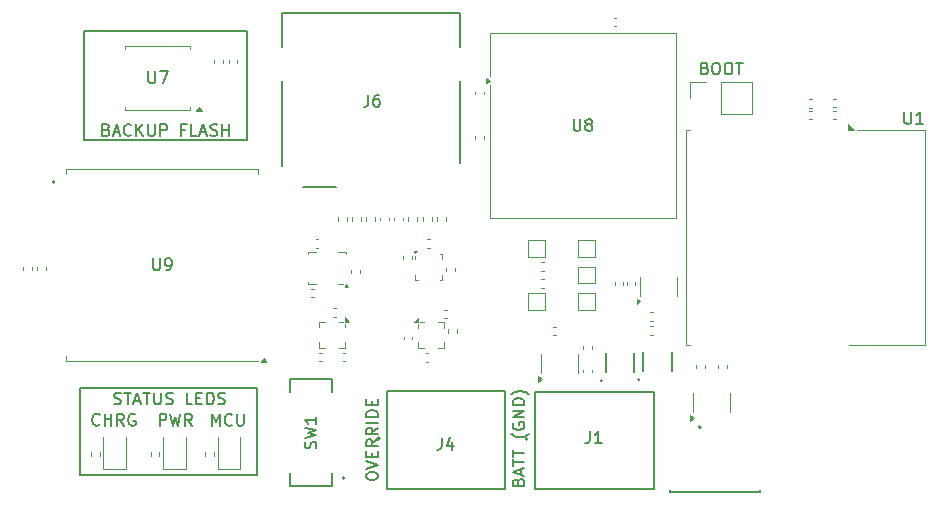
<source format=gbr>
%TF.GenerationSoftware,KiCad,Pcbnew,8.0.2*%
%TF.CreationDate,2024-05-15T15:04:27-04:00*%
%TF.ProjectId,stargazer,73746172-6761-47a6-9572-2e6b69636164,rev?*%
%TF.SameCoordinates,Original*%
%TF.FileFunction,Legend,Top*%
%TF.FilePolarity,Positive*%
%FSLAX46Y46*%
G04 Gerber Fmt 4.6, Leading zero omitted, Abs format (unit mm)*
G04 Created by KiCad (PCBNEW 8.0.2) date 2024-05-15 15:04:27*
%MOMM*%
%LPD*%
G01*
G04 APERTURE LIST*
%ADD10C,0.150000*%
%ADD11C,0.120000*%
%ADD12C,0.127000*%
%ADD13C,0.200000*%
%ADD14C,0.152400*%
G04 APERTURE END LIST*
D10*
X115810000Y-106347500D02*
X130860000Y-106347500D01*
X130860000Y-113672500D01*
X115810000Y-113672500D01*
X115810000Y-106347500D01*
X116210000Y-76100000D02*
X130010000Y-76100000D01*
X130010000Y-85300000D01*
X116210000Y-85300000D01*
X116210000Y-76100000D01*
X118749160Y-107669700D02*
X118892017Y-107717319D01*
X118892017Y-107717319D02*
X119130112Y-107717319D01*
X119130112Y-107717319D02*
X119225350Y-107669700D01*
X119225350Y-107669700D02*
X119272969Y-107622080D01*
X119272969Y-107622080D02*
X119320588Y-107526842D01*
X119320588Y-107526842D02*
X119320588Y-107431604D01*
X119320588Y-107431604D02*
X119272969Y-107336366D01*
X119272969Y-107336366D02*
X119225350Y-107288747D01*
X119225350Y-107288747D02*
X119130112Y-107241128D01*
X119130112Y-107241128D02*
X118939636Y-107193509D01*
X118939636Y-107193509D02*
X118844398Y-107145890D01*
X118844398Y-107145890D02*
X118796779Y-107098271D01*
X118796779Y-107098271D02*
X118749160Y-107003033D01*
X118749160Y-107003033D02*
X118749160Y-106907795D01*
X118749160Y-106907795D02*
X118796779Y-106812557D01*
X118796779Y-106812557D02*
X118844398Y-106764938D01*
X118844398Y-106764938D02*
X118939636Y-106717319D01*
X118939636Y-106717319D02*
X119177731Y-106717319D01*
X119177731Y-106717319D02*
X119320588Y-106764938D01*
X119606303Y-106717319D02*
X120177731Y-106717319D01*
X119892017Y-107717319D02*
X119892017Y-106717319D01*
X120463446Y-107431604D02*
X120939636Y-107431604D01*
X120368208Y-107717319D02*
X120701541Y-106717319D01*
X120701541Y-106717319D02*
X121034874Y-107717319D01*
X121225351Y-106717319D02*
X121796779Y-106717319D01*
X121511065Y-107717319D02*
X121511065Y-106717319D01*
X122130113Y-106717319D02*
X122130113Y-107526842D01*
X122130113Y-107526842D02*
X122177732Y-107622080D01*
X122177732Y-107622080D02*
X122225351Y-107669700D01*
X122225351Y-107669700D02*
X122320589Y-107717319D01*
X122320589Y-107717319D02*
X122511065Y-107717319D01*
X122511065Y-107717319D02*
X122606303Y-107669700D01*
X122606303Y-107669700D02*
X122653922Y-107622080D01*
X122653922Y-107622080D02*
X122701541Y-107526842D01*
X122701541Y-107526842D02*
X122701541Y-106717319D01*
X123130113Y-107669700D02*
X123272970Y-107717319D01*
X123272970Y-107717319D02*
X123511065Y-107717319D01*
X123511065Y-107717319D02*
X123606303Y-107669700D01*
X123606303Y-107669700D02*
X123653922Y-107622080D01*
X123653922Y-107622080D02*
X123701541Y-107526842D01*
X123701541Y-107526842D02*
X123701541Y-107431604D01*
X123701541Y-107431604D02*
X123653922Y-107336366D01*
X123653922Y-107336366D02*
X123606303Y-107288747D01*
X123606303Y-107288747D02*
X123511065Y-107241128D01*
X123511065Y-107241128D02*
X123320589Y-107193509D01*
X123320589Y-107193509D02*
X123225351Y-107145890D01*
X123225351Y-107145890D02*
X123177732Y-107098271D01*
X123177732Y-107098271D02*
X123130113Y-107003033D01*
X123130113Y-107003033D02*
X123130113Y-106907795D01*
X123130113Y-106907795D02*
X123177732Y-106812557D01*
X123177732Y-106812557D02*
X123225351Y-106764938D01*
X123225351Y-106764938D02*
X123320589Y-106717319D01*
X123320589Y-106717319D02*
X123558684Y-106717319D01*
X123558684Y-106717319D02*
X123701541Y-106764938D01*
X125368208Y-107717319D02*
X124892018Y-107717319D01*
X124892018Y-107717319D02*
X124892018Y-106717319D01*
X125701542Y-107193509D02*
X126034875Y-107193509D01*
X126177732Y-107717319D02*
X125701542Y-107717319D01*
X125701542Y-107717319D02*
X125701542Y-106717319D01*
X125701542Y-106717319D02*
X126177732Y-106717319D01*
X126606304Y-107717319D02*
X126606304Y-106717319D01*
X126606304Y-106717319D02*
X126844399Y-106717319D01*
X126844399Y-106717319D02*
X126987256Y-106764938D01*
X126987256Y-106764938D02*
X127082494Y-106860176D01*
X127082494Y-106860176D02*
X127130113Y-106955414D01*
X127130113Y-106955414D02*
X127177732Y-107145890D01*
X127177732Y-107145890D02*
X127177732Y-107288747D01*
X127177732Y-107288747D02*
X127130113Y-107479223D01*
X127130113Y-107479223D02*
X127082494Y-107574461D01*
X127082494Y-107574461D02*
X126987256Y-107669700D01*
X126987256Y-107669700D02*
X126844399Y-107717319D01*
X126844399Y-107717319D02*
X126606304Y-107717319D01*
X127558685Y-107669700D02*
X127701542Y-107717319D01*
X127701542Y-107717319D02*
X127939637Y-107717319D01*
X127939637Y-107717319D02*
X128034875Y-107669700D01*
X128034875Y-107669700D02*
X128082494Y-107622080D01*
X128082494Y-107622080D02*
X128130113Y-107526842D01*
X128130113Y-107526842D02*
X128130113Y-107431604D01*
X128130113Y-107431604D02*
X128082494Y-107336366D01*
X128082494Y-107336366D02*
X128034875Y-107288747D01*
X128034875Y-107288747D02*
X127939637Y-107241128D01*
X127939637Y-107241128D02*
X127749161Y-107193509D01*
X127749161Y-107193509D02*
X127653923Y-107145890D01*
X127653923Y-107145890D02*
X127606304Y-107098271D01*
X127606304Y-107098271D02*
X127558685Y-107003033D01*
X127558685Y-107003033D02*
X127558685Y-106907795D01*
X127558685Y-106907795D02*
X127606304Y-106812557D01*
X127606304Y-106812557D02*
X127653923Y-106764938D01*
X127653923Y-106764938D02*
X127749161Y-106717319D01*
X127749161Y-106717319D02*
X127987256Y-106717319D01*
X127987256Y-106717319D02*
X128130113Y-106764938D01*
X168752857Y-79246009D02*
X168895714Y-79293628D01*
X168895714Y-79293628D02*
X168943333Y-79341247D01*
X168943333Y-79341247D02*
X168990952Y-79436485D01*
X168990952Y-79436485D02*
X168990952Y-79579342D01*
X168990952Y-79579342D02*
X168943333Y-79674580D01*
X168943333Y-79674580D02*
X168895714Y-79722200D01*
X168895714Y-79722200D02*
X168800476Y-79769819D01*
X168800476Y-79769819D02*
X168419524Y-79769819D01*
X168419524Y-79769819D02*
X168419524Y-78769819D01*
X168419524Y-78769819D02*
X168752857Y-78769819D01*
X168752857Y-78769819D02*
X168848095Y-78817438D01*
X168848095Y-78817438D02*
X168895714Y-78865057D01*
X168895714Y-78865057D02*
X168943333Y-78960295D01*
X168943333Y-78960295D02*
X168943333Y-79055533D01*
X168943333Y-79055533D02*
X168895714Y-79150771D01*
X168895714Y-79150771D02*
X168848095Y-79198390D01*
X168848095Y-79198390D02*
X168752857Y-79246009D01*
X168752857Y-79246009D02*
X168419524Y-79246009D01*
X169610000Y-78769819D02*
X169800476Y-78769819D01*
X169800476Y-78769819D02*
X169895714Y-78817438D01*
X169895714Y-78817438D02*
X169990952Y-78912676D01*
X169990952Y-78912676D02*
X170038571Y-79103152D01*
X170038571Y-79103152D02*
X170038571Y-79436485D01*
X170038571Y-79436485D02*
X169990952Y-79626961D01*
X169990952Y-79626961D02*
X169895714Y-79722200D01*
X169895714Y-79722200D02*
X169800476Y-79769819D01*
X169800476Y-79769819D02*
X169610000Y-79769819D01*
X169610000Y-79769819D02*
X169514762Y-79722200D01*
X169514762Y-79722200D02*
X169419524Y-79626961D01*
X169419524Y-79626961D02*
X169371905Y-79436485D01*
X169371905Y-79436485D02*
X169371905Y-79103152D01*
X169371905Y-79103152D02*
X169419524Y-78912676D01*
X169419524Y-78912676D02*
X169514762Y-78817438D01*
X169514762Y-78817438D02*
X169610000Y-78769819D01*
X170657619Y-78769819D02*
X170848095Y-78769819D01*
X170848095Y-78769819D02*
X170943333Y-78817438D01*
X170943333Y-78817438D02*
X171038571Y-78912676D01*
X171038571Y-78912676D02*
X171086190Y-79103152D01*
X171086190Y-79103152D02*
X171086190Y-79436485D01*
X171086190Y-79436485D02*
X171038571Y-79626961D01*
X171038571Y-79626961D02*
X170943333Y-79722200D01*
X170943333Y-79722200D02*
X170848095Y-79769819D01*
X170848095Y-79769819D02*
X170657619Y-79769819D01*
X170657619Y-79769819D02*
X170562381Y-79722200D01*
X170562381Y-79722200D02*
X170467143Y-79626961D01*
X170467143Y-79626961D02*
X170419524Y-79436485D01*
X170419524Y-79436485D02*
X170419524Y-79103152D01*
X170419524Y-79103152D02*
X170467143Y-78912676D01*
X170467143Y-78912676D02*
X170562381Y-78817438D01*
X170562381Y-78817438D02*
X170657619Y-78769819D01*
X171371905Y-78769819D02*
X171943333Y-78769819D01*
X171657619Y-79769819D02*
X171657619Y-78769819D01*
X122596779Y-109517319D02*
X122596779Y-108517319D01*
X122596779Y-108517319D02*
X122977731Y-108517319D01*
X122977731Y-108517319D02*
X123072969Y-108564938D01*
X123072969Y-108564938D02*
X123120588Y-108612557D01*
X123120588Y-108612557D02*
X123168207Y-108707795D01*
X123168207Y-108707795D02*
X123168207Y-108850652D01*
X123168207Y-108850652D02*
X123120588Y-108945890D01*
X123120588Y-108945890D02*
X123072969Y-108993509D01*
X123072969Y-108993509D02*
X122977731Y-109041128D01*
X122977731Y-109041128D02*
X122596779Y-109041128D01*
X123501541Y-108517319D02*
X123739636Y-109517319D01*
X123739636Y-109517319D02*
X123930112Y-108803033D01*
X123930112Y-108803033D02*
X124120588Y-109517319D01*
X124120588Y-109517319D02*
X124358684Y-108517319D01*
X125311064Y-109517319D02*
X124977731Y-109041128D01*
X124739636Y-109517319D02*
X124739636Y-108517319D01*
X124739636Y-108517319D02*
X125120588Y-108517319D01*
X125120588Y-108517319D02*
X125215826Y-108564938D01*
X125215826Y-108564938D02*
X125263445Y-108612557D01*
X125263445Y-108612557D02*
X125311064Y-108707795D01*
X125311064Y-108707795D02*
X125311064Y-108850652D01*
X125311064Y-108850652D02*
X125263445Y-108945890D01*
X125263445Y-108945890D02*
X125215826Y-108993509D01*
X125215826Y-108993509D02*
X125120588Y-109041128D01*
X125120588Y-109041128D02*
X124739636Y-109041128D01*
X117508207Y-109412080D02*
X117460588Y-109459700D01*
X117460588Y-109459700D02*
X117317731Y-109507319D01*
X117317731Y-109507319D02*
X117222493Y-109507319D01*
X117222493Y-109507319D02*
X117079636Y-109459700D01*
X117079636Y-109459700D02*
X116984398Y-109364461D01*
X116984398Y-109364461D02*
X116936779Y-109269223D01*
X116936779Y-109269223D02*
X116889160Y-109078747D01*
X116889160Y-109078747D02*
X116889160Y-108935890D01*
X116889160Y-108935890D02*
X116936779Y-108745414D01*
X116936779Y-108745414D02*
X116984398Y-108650176D01*
X116984398Y-108650176D02*
X117079636Y-108554938D01*
X117079636Y-108554938D02*
X117222493Y-108507319D01*
X117222493Y-108507319D02*
X117317731Y-108507319D01*
X117317731Y-108507319D02*
X117460588Y-108554938D01*
X117460588Y-108554938D02*
X117508207Y-108602557D01*
X117936779Y-109507319D02*
X117936779Y-108507319D01*
X117936779Y-108983509D02*
X118508207Y-108983509D01*
X118508207Y-109507319D02*
X118508207Y-108507319D01*
X119555826Y-109507319D02*
X119222493Y-109031128D01*
X118984398Y-109507319D02*
X118984398Y-108507319D01*
X118984398Y-108507319D02*
X119365350Y-108507319D01*
X119365350Y-108507319D02*
X119460588Y-108554938D01*
X119460588Y-108554938D02*
X119508207Y-108602557D01*
X119508207Y-108602557D02*
X119555826Y-108697795D01*
X119555826Y-108697795D02*
X119555826Y-108840652D01*
X119555826Y-108840652D02*
X119508207Y-108935890D01*
X119508207Y-108935890D02*
X119460588Y-108983509D01*
X119460588Y-108983509D02*
X119365350Y-109031128D01*
X119365350Y-109031128D02*
X118984398Y-109031128D01*
X120508207Y-108554938D02*
X120412969Y-108507319D01*
X120412969Y-108507319D02*
X120270112Y-108507319D01*
X120270112Y-108507319D02*
X120127255Y-108554938D01*
X120127255Y-108554938D02*
X120032017Y-108650176D01*
X120032017Y-108650176D02*
X119984398Y-108745414D01*
X119984398Y-108745414D02*
X119936779Y-108935890D01*
X119936779Y-108935890D02*
X119936779Y-109078747D01*
X119936779Y-109078747D02*
X119984398Y-109269223D01*
X119984398Y-109269223D02*
X120032017Y-109364461D01*
X120032017Y-109364461D02*
X120127255Y-109459700D01*
X120127255Y-109459700D02*
X120270112Y-109507319D01*
X120270112Y-109507319D02*
X120365350Y-109507319D01*
X120365350Y-109507319D02*
X120508207Y-109459700D01*
X120508207Y-109459700D02*
X120555826Y-109412080D01*
X120555826Y-109412080D02*
X120555826Y-109078747D01*
X120555826Y-109078747D02*
X120365350Y-109078747D01*
X126996779Y-109517319D02*
X126996779Y-108517319D01*
X126996779Y-108517319D02*
X127330112Y-109231604D01*
X127330112Y-109231604D02*
X127663445Y-108517319D01*
X127663445Y-108517319D02*
X127663445Y-109517319D01*
X128711064Y-109422080D02*
X128663445Y-109469700D01*
X128663445Y-109469700D02*
X128520588Y-109517319D01*
X128520588Y-109517319D02*
X128425350Y-109517319D01*
X128425350Y-109517319D02*
X128282493Y-109469700D01*
X128282493Y-109469700D02*
X128187255Y-109374461D01*
X128187255Y-109374461D02*
X128139636Y-109279223D01*
X128139636Y-109279223D02*
X128092017Y-109088747D01*
X128092017Y-109088747D02*
X128092017Y-108945890D01*
X128092017Y-108945890D02*
X128139636Y-108755414D01*
X128139636Y-108755414D02*
X128187255Y-108660176D01*
X128187255Y-108660176D02*
X128282493Y-108564938D01*
X128282493Y-108564938D02*
X128425350Y-108517319D01*
X128425350Y-108517319D02*
X128520588Y-108517319D01*
X128520588Y-108517319D02*
X128663445Y-108564938D01*
X128663445Y-108564938D02*
X128711064Y-108612557D01*
X129139636Y-108517319D02*
X129139636Y-109326842D01*
X129139636Y-109326842D02*
X129187255Y-109422080D01*
X129187255Y-109422080D02*
X129234874Y-109469700D01*
X129234874Y-109469700D02*
X129330112Y-109517319D01*
X129330112Y-109517319D02*
X129520588Y-109517319D01*
X129520588Y-109517319D02*
X129615826Y-109469700D01*
X129615826Y-109469700D02*
X129663445Y-109422080D01*
X129663445Y-109422080D02*
X129711064Y-109326842D01*
X129711064Y-109326842D02*
X129711064Y-108517319D01*
X140079819Y-113866666D02*
X140079819Y-113676190D01*
X140079819Y-113676190D02*
X140127438Y-113580952D01*
X140127438Y-113580952D02*
X140222676Y-113485714D01*
X140222676Y-113485714D02*
X140413152Y-113438095D01*
X140413152Y-113438095D02*
X140746485Y-113438095D01*
X140746485Y-113438095D02*
X140936961Y-113485714D01*
X140936961Y-113485714D02*
X141032200Y-113580952D01*
X141032200Y-113580952D02*
X141079819Y-113676190D01*
X141079819Y-113676190D02*
X141079819Y-113866666D01*
X141079819Y-113866666D02*
X141032200Y-113961904D01*
X141032200Y-113961904D02*
X140936961Y-114057142D01*
X140936961Y-114057142D02*
X140746485Y-114104761D01*
X140746485Y-114104761D02*
X140413152Y-114104761D01*
X140413152Y-114104761D02*
X140222676Y-114057142D01*
X140222676Y-114057142D02*
X140127438Y-113961904D01*
X140127438Y-113961904D02*
X140079819Y-113866666D01*
X140079819Y-113152380D02*
X141079819Y-112819047D01*
X141079819Y-112819047D02*
X140079819Y-112485714D01*
X140556009Y-112152380D02*
X140556009Y-111819047D01*
X141079819Y-111676190D02*
X141079819Y-112152380D01*
X141079819Y-112152380D02*
X140079819Y-112152380D01*
X140079819Y-112152380D02*
X140079819Y-111676190D01*
X141079819Y-110676190D02*
X140603628Y-111009523D01*
X141079819Y-111247618D02*
X140079819Y-111247618D01*
X140079819Y-111247618D02*
X140079819Y-110866666D01*
X140079819Y-110866666D02*
X140127438Y-110771428D01*
X140127438Y-110771428D02*
X140175057Y-110723809D01*
X140175057Y-110723809D02*
X140270295Y-110676190D01*
X140270295Y-110676190D02*
X140413152Y-110676190D01*
X140413152Y-110676190D02*
X140508390Y-110723809D01*
X140508390Y-110723809D02*
X140556009Y-110771428D01*
X140556009Y-110771428D02*
X140603628Y-110866666D01*
X140603628Y-110866666D02*
X140603628Y-111247618D01*
X141079819Y-109676190D02*
X140603628Y-110009523D01*
X141079819Y-110247618D02*
X140079819Y-110247618D01*
X140079819Y-110247618D02*
X140079819Y-109866666D01*
X140079819Y-109866666D02*
X140127438Y-109771428D01*
X140127438Y-109771428D02*
X140175057Y-109723809D01*
X140175057Y-109723809D02*
X140270295Y-109676190D01*
X140270295Y-109676190D02*
X140413152Y-109676190D01*
X140413152Y-109676190D02*
X140508390Y-109723809D01*
X140508390Y-109723809D02*
X140556009Y-109771428D01*
X140556009Y-109771428D02*
X140603628Y-109866666D01*
X140603628Y-109866666D02*
X140603628Y-110247618D01*
X141079819Y-109247618D02*
X140079819Y-109247618D01*
X141079819Y-108771428D02*
X140079819Y-108771428D01*
X140079819Y-108771428D02*
X140079819Y-108533333D01*
X140079819Y-108533333D02*
X140127438Y-108390476D01*
X140127438Y-108390476D02*
X140222676Y-108295238D01*
X140222676Y-108295238D02*
X140317914Y-108247619D01*
X140317914Y-108247619D02*
X140508390Y-108200000D01*
X140508390Y-108200000D02*
X140651247Y-108200000D01*
X140651247Y-108200000D02*
X140841723Y-108247619D01*
X140841723Y-108247619D02*
X140936961Y-108295238D01*
X140936961Y-108295238D02*
X141032200Y-108390476D01*
X141032200Y-108390476D02*
X141079819Y-108533333D01*
X141079819Y-108533333D02*
X141079819Y-108771428D01*
X140556009Y-107771428D02*
X140556009Y-107438095D01*
X141079819Y-107295238D02*
X141079819Y-107771428D01*
X141079819Y-107771428D02*
X140079819Y-107771428D01*
X140079819Y-107771428D02*
X140079819Y-107295238D01*
X152958509Y-114290476D02*
X153006128Y-114147619D01*
X153006128Y-114147619D02*
X153053747Y-114100000D01*
X153053747Y-114100000D02*
X153148985Y-114052381D01*
X153148985Y-114052381D02*
X153291842Y-114052381D01*
X153291842Y-114052381D02*
X153387080Y-114100000D01*
X153387080Y-114100000D02*
X153434700Y-114147619D01*
X153434700Y-114147619D02*
X153482319Y-114242857D01*
X153482319Y-114242857D02*
X153482319Y-114623809D01*
X153482319Y-114623809D02*
X152482319Y-114623809D01*
X152482319Y-114623809D02*
X152482319Y-114290476D01*
X152482319Y-114290476D02*
X152529938Y-114195238D01*
X152529938Y-114195238D02*
X152577557Y-114147619D01*
X152577557Y-114147619D02*
X152672795Y-114100000D01*
X152672795Y-114100000D02*
X152768033Y-114100000D01*
X152768033Y-114100000D02*
X152863271Y-114147619D01*
X152863271Y-114147619D02*
X152910890Y-114195238D01*
X152910890Y-114195238D02*
X152958509Y-114290476D01*
X152958509Y-114290476D02*
X152958509Y-114623809D01*
X153196604Y-113671428D02*
X153196604Y-113195238D01*
X153482319Y-113766666D02*
X152482319Y-113433333D01*
X152482319Y-113433333D02*
X153482319Y-113100000D01*
X152482319Y-112909523D02*
X152482319Y-112338095D01*
X153482319Y-112623809D02*
X152482319Y-112623809D01*
X152482319Y-112147618D02*
X152482319Y-111576190D01*
X153482319Y-111861904D02*
X152482319Y-111861904D01*
X153863271Y-110195237D02*
X153815652Y-110242856D01*
X153815652Y-110242856D02*
X153672795Y-110338094D01*
X153672795Y-110338094D02*
X153577557Y-110385713D01*
X153577557Y-110385713D02*
X153434700Y-110433332D01*
X153434700Y-110433332D02*
X153196604Y-110480951D01*
X153196604Y-110480951D02*
X153006128Y-110480951D01*
X153006128Y-110480951D02*
X152768033Y-110433332D01*
X152768033Y-110433332D02*
X152625176Y-110385713D01*
X152625176Y-110385713D02*
X152529938Y-110338094D01*
X152529938Y-110338094D02*
X152387080Y-110242856D01*
X152387080Y-110242856D02*
X152339461Y-110195237D01*
X152529938Y-109290475D02*
X152482319Y-109385713D01*
X152482319Y-109385713D02*
X152482319Y-109528570D01*
X152482319Y-109528570D02*
X152529938Y-109671427D01*
X152529938Y-109671427D02*
X152625176Y-109766665D01*
X152625176Y-109766665D02*
X152720414Y-109814284D01*
X152720414Y-109814284D02*
X152910890Y-109861903D01*
X152910890Y-109861903D02*
X153053747Y-109861903D01*
X153053747Y-109861903D02*
X153244223Y-109814284D01*
X153244223Y-109814284D02*
X153339461Y-109766665D01*
X153339461Y-109766665D02*
X153434700Y-109671427D01*
X153434700Y-109671427D02*
X153482319Y-109528570D01*
X153482319Y-109528570D02*
X153482319Y-109433332D01*
X153482319Y-109433332D02*
X153434700Y-109290475D01*
X153434700Y-109290475D02*
X153387080Y-109242856D01*
X153387080Y-109242856D02*
X153053747Y-109242856D01*
X153053747Y-109242856D02*
X153053747Y-109433332D01*
X153482319Y-108814284D02*
X152482319Y-108814284D01*
X152482319Y-108814284D02*
X153482319Y-108242856D01*
X153482319Y-108242856D02*
X152482319Y-108242856D01*
X153482319Y-107766665D02*
X152482319Y-107766665D01*
X152482319Y-107766665D02*
X152482319Y-107528570D01*
X152482319Y-107528570D02*
X152529938Y-107385713D01*
X152529938Y-107385713D02*
X152625176Y-107290475D01*
X152625176Y-107290475D02*
X152720414Y-107242856D01*
X152720414Y-107242856D02*
X152910890Y-107195237D01*
X152910890Y-107195237D02*
X153053747Y-107195237D01*
X153053747Y-107195237D02*
X153244223Y-107242856D01*
X153244223Y-107242856D02*
X153339461Y-107290475D01*
X153339461Y-107290475D02*
X153434700Y-107385713D01*
X153434700Y-107385713D02*
X153482319Y-107528570D01*
X153482319Y-107528570D02*
X153482319Y-107766665D01*
X153863271Y-106861903D02*
X153815652Y-106814284D01*
X153815652Y-106814284D02*
X153672795Y-106719046D01*
X153672795Y-106719046D02*
X153577557Y-106671427D01*
X153577557Y-106671427D02*
X153434700Y-106623808D01*
X153434700Y-106623808D02*
X153196604Y-106576189D01*
X153196604Y-106576189D02*
X153006128Y-106576189D01*
X153006128Y-106576189D02*
X152768033Y-106623808D01*
X152768033Y-106623808D02*
X152625176Y-106671427D01*
X152625176Y-106671427D02*
X152529938Y-106719046D01*
X152529938Y-106719046D02*
X152387080Y-106814284D01*
X152387080Y-106814284D02*
X152339461Y-106861903D01*
X118086190Y-84446009D02*
X118229047Y-84493628D01*
X118229047Y-84493628D02*
X118276666Y-84541247D01*
X118276666Y-84541247D02*
X118324285Y-84636485D01*
X118324285Y-84636485D02*
X118324285Y-84779342D01*
X118324285Y-84779342D02*
X118276666Y-84874580D01*
X118276666Y-84874580D02*
X118229047Y-84922200D01*
X118229047Y-84922200D02*
X118133809Y-84969819D01*
X118133809Y-84969819D02*
X117752857Y-84969819D01*
X117752857Y-84969819D02*
X117752857Y-83969819D01*
X117752857Y-83969819D02*
X118086190Y-83969819D01*
X118086190Y-83969819D02*
X118181428Y-84017438D01*
X118181428Y-84017438D02*
X118229047Y-84065057D01*
X118229047Y-84065057D02*
X118276666Y-84160295D01*
X118276666Y-84160295D02*
X118276666Y-84255533D01*
X118276666Y-84255533D02*
X118229047Y-84350771D01*
X118229047Y-84350771D02*
X118181428Y-84398390D01*
X118181428Y-84398390D02*
X118086190Y-84446009D01*
X118086190Y-84446009D02*
X117752857Y-84446009D01*
X118705238Y-84684104D02*
X119181428Y-84684104D01*
X118610000Y-84969819D02*
X118943333Y-83969819D01*
X118943333Y-83969819D02*
X119276666Y-84969819D01*
X120181428Y-84874580D02*
X120133809Y-84922200D01*
X120133809Y-84922200D02*
X119990952Y-84969819D01*
X119990952Y-84969819D02*
X119895714Y-84969819D01*
X119895714Y-84969819D02*
X119752857Y-84922200D01*
X119752857Y-84922200D02*
X119657619Y-84826961D01*
X119657619Y-84826961D02*
X119610000Y-84731723D01*
X119610000Y-84731723D02*
X119562381Y-84541247D01*
X119562381Y-84541247D02*
X119562381Y-84398390D01*
X119562381Y-84398390D02*
X119610000Y-84207914D01*
X119610000Y-84207914D02*
X119657619Y-84112676D01*
X119657619Y-84112676D02*
X119752857Y-84017438D01*
X119752857Y-84017438D02*
X119895714Y-83969819D01*
X119895714Y-83969819D02*
X119990952Y-83969819D01*
X119990952Y-83969819D02*
X120133809Y-84017438D01*
X120133809Y-84017438D02*
X120181428Y-84065057D01*
X120610000Y-84969819D02*
X120610000Y-83969819D01*
X121181428Y-84969819D02*
X120752857Y-84398390D01*
X121181428Y-83969819D02*
X120610000Y-84541247D01*
X121610000Y-83969819D02*
X121610000Y-84779342D01*
X121610000Y-84779342D02*
X121657619Y-84874580D01*
X121657619Y-84874580D02*
X121705238Y-84922200D01*
X121705238Y-84922200D02*
X121800476Y-84969819D01*
X121800476Y-84969819D02*
X121990952Y-84969819D01*
X121990952Y-84969819D02*
X122086190Y-84922200D01*
X122086190Y-84922200D02*
X122133809Y-84874580D01*
X122133809Y-84874580D02*
X122181428Y-84779342D01*
X122181428Y-84779342D02*
X122181428Y-83969819D01*
X122657619Y-84969819D02*
X122657619Y-83969819D01*
X122657619Y-83969819D02*
X123038571Y-83969819D01*
X123038571Y-83969819D02*
X123133809Y-84017438D01*
X123133809Y-84017438D02*
X123181428Y-84065057D01*
X123181428Y-84065057D02*
X123229047Y-84160295D01*
X123229047Y-84160295D02*
X123229047Y-84303152D01*
X123229047Y-84303152D02*
X123181428Y-84398390D01*
X123181428Y-84398390D02*
X123133809Y-84446009D01*
X123133809Y-84446009D02*
X123038571Y-84493628D01*
X123038571Y-84493628D02*
X122657619Y-84493628D01*
X124752857Y-84446009D02*
X124419524Y-84446009D01*
X124419524Y-84969819D02*
X124419524Y-83969819D01*
X124419524Y-83969819D02*
X124895714Y-83969819D01*
X125752857Y-84969819D02*
X125276667Y-84969819D01*
X125276667Y-84969819D02*
X125276667Y-83969819D01*
X126038572Y-84684104D02*
X126514762Y-84684104D01*
X125943334Y-84969819D02*
X126276667Y-83969819D01*
X126276667Y-83969819D02*
X126610000Y-84969819D01*
X126895715Y-84922200D02*
X127038572Y-84969819D01*
X127038572Y-84969819D02*
X127276667Y-84969819D01*
X127276667Y-84969819D02*
X127371905Y-84922200D01*
X127371905Y-84922200D02*
X127419524Y-84874580D01*
X127419524Y-84874580D02*
X127467143Y-84779342D01*
X127467143Y-84779342D02*
X127467143Y-84684104D01*
X127467143Y-84684104D02*
X127419524Y-84588866D01*
X127419524Y-84588866D02*
X127371905Y-84541247D01*
X127371905Y-84541247D02*
X127276667Y-84493628D01*
X127276667Y-84493628D02*
X127086191Y-84446009D01*
X127086191Y-84446009D02*
X126990953Y-84398390D01*
X126990953Y-84398390D02*
X126943334Y-84350771D01*
X126943334Y-84350771D02*
X126895715Y-84255533D01*
X126895715Y-84255533D02*
X126895715Y-84160295D01*
X126895715Y-84160295D02*
X126943334Y-84065057D01*
X126943334Y-84065057D02*
X126990953Y-84017438D01*
X126990953Y-84017438D02*
X127086191Y-83969819D01*
X127086191Y-83969819D02*
X127324286Y-83969819D01*
X127324286Y-83969819D02*
X127467143Y-84017438D01*
X127895715Y-84969819D02*
X127895715Y-83969819D01*
X127895715Y-84446009D02*
X128467143Y-84446009D01*
X128467143Y-84969819D02*
X128467143Y-83969819D01*
X185648095Y-82964819D02*
X185648095Y-83774342D01*
X185648095Y-83774342D02*
X185695714Y-83869580D01*
X185695714Y-83869580D02*
X185743333Y-83917200D01*
X185743333Y-83917200D02*
X185838571Y-83964819D01*
X185838571Y-83964819D02*
X186029047Y-83964819D01*
X186029047Y-83964819D02*
X186124285Y-83917200D01*
X186124285Y-83917200D02*
X186171904Y-83869580D01*
X186171904Y-83869580D02*
X186219523Y-83774342D01*
X186219523Y-83774342D02*
X186219523Y-82964819D01*
X187219523Y-83964819D02*
X186648095Y-83964819D01*
X186933809Y-83964819D02*
X186933809Y-82964819D01*
X186933809Y-82964819D02*
X186838571Y-83107676D01*
X186838571Y-83107676D02*
X186743333Y-83202914D01*
X186743333Y-83202914D02*
X186648095Y-83250533D01*
X146476666Y-110554819D02*
X146476666Y-111269104D01*
X146476666Y-111269104D02*
X146429047Y-111411961D01*
X146429047Y-111411961D02*
X146333809Y-111507200D01*
X146333809Y-111507200D02*
X146190952Y-111554819D01*
X146190952Y-111554819D02*
X146095714Y-111554819D01*
X147381428Y-110888152D02*
X147381428Y-111554819D01*
X147143333Y-110507200D02*
X146905238Y-111221485D01*
X146905238Y-111221485D02*
X147524285Y-111221485D01*
X122038095Y-95354819D02*
X122038095Y-96164342D01*
X122038095Y-96164342D02*
X122085714Y-96259580D01*
X122085714Y-96259580D02*
X122133333Y-96307200D01*
X122133333Y-96307200D02*
X122228571Y-96354819D01*
X122228571Y-96354819D02*
X122419047Y-96354819D01*
X122419047Y-96354819D02*
X122514285Y-96307200D01*
X122514285Y-96307200D02*
X122561904Y-96259580D01*
X122561904Y-96259580D02*
X122609523Y-96164342D01*
X122609523Y-96164342D02*
X122609523Y-95354819D01*
X123133333Y-96354819D02*
X123323809Y-96354819D01*
X123323809Y-96354819D02*
X123419047Y-96307200D01*
X123419047Y-96307200D02*
X123466666Y-96259580D01*
X123466666Y-96259580D02*
X123561904Y-96116723D01*
X123561904Y-96116723D02*
X123609523Y-95926247D01*
X123609523Y-95926247D02*
X123609523Y-95545295D01*
X123609523Y-95545295D02*
X123561904Y-95450057D01*
X123561904Y-95450057D02*
X123514285Y-95402438D01*
X123514285Y-95402438D02*
X123419047Y-95354819D01*
X123419047Y-95354819D02*
X123228571Y-95354819D01*
X123228571Y-95354819D02*
X123133333Y-95402438D01*
X123133333Y-95402438D02*
X123085714Y-95450057D01*
X123085714Y-95450057D02*
X123038095Y-95545295D01*
X123038095Y-95545295D02*
X123038095Y-95783390D01*
X123038095Y-95783390D02*
X123085714Y-95878628D01*
X123085714Y-95878628D02*
X123133333Y-95926247D01*
X123133333Y-95926247D02*
X123228571Y-95973866D01*
X123228571Y-95973866D02*
X123419047Y-95973866D01*
X123419047Y-95973866D02*
X123514285Y-95926247D01*
X123514285Y-95926247D02*
X123561904Y-95878628D01*
X123561904Y-95878628D02*
X123609523Y-95783390D01*
X135817200Y-111433332D02*
X135864819Y-111290475D01*
X135864819Y-111290475D02*
X135864819Y-111052380D01*
X135864819Y-111052380D02*
X135817200Y-110957142D01*
X135817200Y-110957142D02*
X135769580Y-110909523D01*
X135769580Y-110909523D02*
X135674342Y-110861904D01*
X135674342Y-110861904D02*
X135579104Y-110861904D01*
X135579104Y-110861904D02*
X135483866Y-110909523D01*
X135483866Y-110909523D02*
X135436247Y-110957142D01*
X135436247Y-110957142D02*
X135388628Y-111052380D01*
X135388628Y-111052380D02*
X135341009Y-111242856D01*
X135341009Y-111242856D02*
X135293390Y-111338094D01*
X135293390Y-111338094D02*
X135245771Y-111385713D01*
X135245771Y-111385713D02*
X135150533Y-111433332D01*
X135150533Y-111433332D02*
X135055295Y-111433332D01*
X135055295Y-111433332D02*
X134960057Y-111385713D01*
X134960057Y-111385713D02*
X134912438Y-111338094D01*
X134912438Y-111338094D02*
X134864819Y-111242856D01*
X134864819Y-111242856D02*
X134864819Y-111004761D01*
X134864819Y-111004761D02*
X134912438Y-110861904D01*
X134864819Y-110528570D02*
X135864819Y-110290475D01*
X135864819Y-110290475D02*
X135150533Y-110099999D01*
X135150533Y-110099999D02*
X135864819Y-109909523D01*
X135864819Y-109909523D02*
X134864819Y-109671428D01*
X135864819Y-108766666D02*
X135864819Y-109338094D01*
X135864819Y-109052380D02*
X134864819Y-109052380D01*
X134864819Y-109052380D02*
X135007676Y-109147618D01*
X135007676Y-109147618D02*
X135102914Y-109242856D01*
X135102914Y-109242856D02*
X135150533Y-109338094D01*
X159024166Y-110004819D02*
X159024166Y-110719104D01*
X159024166Y-110719104D02*
X158976547Y-110861961D01*
X158976547Y-110861961D02*
X158881309Y-110957200D01*
X158881309Y-110957200D02*
X158738452Y-111004819D01*
X158738452Y-111004819D02*
X158643214Y-111004819D01*
X160024166Y-111004819D02*
X159452738Y-111004819D01*
X159738452Y-111004819D02*
X159738452Y-110004819D01*
X159738452Y-110004819D02*
X159643214Y-110147676D01*
X159643214Y-110147676D02*
X159547976Y-110242914D01*
X159547976Y-110242914D02*
X159452738Y-110290533D01*
X121648095Y-79519819D02*
X121648095Y-80329342D01*
X121648095Y-80329342D02*
X121695714Y-80424580D01*
X121695714Y-80424580D02*
X121743333Y-80472200D01*
X121743333Y-80472200D02*
X121838571Y-80519819D01*
X121838571Y-80519819D02*
X122029047Y-80519819D01*
X122029047Y-80519819D02*
X122124285Y-80472200D01*
X122124285Y-80472200D02*
X122171904Y-80424580D01*
X122171904Y-80424580D02*
X122219523Y-80329342D01*
X122219523Y-80329342D02*
X122219523Y-79519819D01*
X122600476Y-79519819D02*
X123267142Y-79519819D01*
X123267142Y-79519819D02*
X122838571Y-80519819D01*
X140251366Y-81499919D02*
X140251366Y-82214204D01*
X140251366Y-82214204D02*
X140203747Y-82357061D01*
X140203747Y-82357061D02*
X140108509Y-82452300D01*
X140108509Y-82452300D02*
X139965652Y-82499919D01*
X139965652Y-82499919D02*
X139870414Y-82499919D01*
X141156128Y-81499919D02*
X140965652Y-81499919D01*
X140965652Y-81499919D02*
X140870414Y-81547538D01*
X140870414Y-81547538D02*
X140822795Y-81595157D01*
X140822795Y-81595157D02*
X140727557Y-81738014D01*
X140727557Y-81738014D02*
X140679938Y-81928490D01*
X140679938Y-81928490D02*
X140679938Y-82309442D01*
X140679938Y-82309442D02*
X140727557Y-82404680D01*
X140727557Y-82404680D02*
X140775176Y-82452300D01*
X140775176Y-82452300D02*
X140870414Y-82499919D01*
X140870414Y-82499919D02*
X141060890Y-82499919D01*
X141060890Y-82499919D02*
X141156128Y-82452300D01*
X141156128Y-82452300D02*
X141203747Y-82404680D01*
X141203747Y-82404680D02*
X141251366Y-82309442D01*
X141251366Y-82309442D02*
X141251366Y-82071347D01*
X141251366Y-82071347D02*
X141203747Y-81976109D01*
X141203747Y-81976109D02*
X141156128Y-81928490D01*
X141156128Y-81928490D02*
X141060890Y-81880871D01*
X141060890Y-81880871D02*
X140870414Y-81880871D01*
X140870414Y-81880871D02*
X140775176Y-81928490D01*
X140775176Y-81928490D02*
X140727557Y-81976109D01*
X140727557Y-81976109D02*
X140679938Y-82071347D01*
X159919580Y-105663299D02*
X159967200Y-105615680D01*
X159967200Y-105615680D02*
X160014819Y-105663299D01*
X160014819Y-105663299D02*
X159967200Y-105710918D01*
X159967200Y-105710918D02*
X159919580Y-105663299D01*
X159919580Y-105663299D02*
X160014819Y-105663299D01*
X163119580Y-105589999D02*
X163167200Y-105542380D01*
X163167200Y-105542380D02*
X163214819Y-105589999D01*
X163214819Y-105589999D02*
X163167200Y-105637618D01*
X163167200Y-105637618D02*
X163119580Y-105589999D01*
X163119580Y-105589999D02*
X163214819Y-105589999D01*
X157648095Y-83554819D02*
X157648095Y-84364342D01*
X157648095Y-84364342D02*
X157695714Y-84459580D01*
X157695714Y-84459580D02*
X157743333Y-84507200D01*
X157743333Y-84507200D02*
X157838571Y-84554819D01*
X157838571Y-84554819D02*
X158029047Y-84554819D01*
X158029047Y-84554819D02*
X158124285Y-84507200D01*
X158124285Y-84507200D02*
X158171904Y-84459580D01*
X158171904Y-84459580D02*
X158219523Y-84364342D01*
X158219523Y-84364342D02*
X158219523Y-83554819D01*
X158838571Y-83983390D02*
X158743333Y-83935771D01*
X158743333Y-83935771D02*
X158695714Y-83888152D01*
X158695714Y-83888152D02*
X158648095Y-83792914D01*
X158648095Y-83792914D02*
X158648095Y-83745295D01*
X158648095Y-83745295D02*
X158695714Y-83650057D01*
X158695714Y-83650057D02*
X158743333Y-83602438D01*
X158743333Y-83602438D02*
X158838571Y-83554819D01*
X158838571Y-83554819D02*
X159029047Y-83554819D01*
X159029047Y-83554819D02*
X159124285Y-83602438D01*
X159124285Y-83602438D02*
X159171904Y-83650057D01*
X159171904Y-83650057D02*
X159219523Y-83745295D01*
X159219523Y-83745295D02*
X159219523Y-83792914D01*
X159219523Y-83792914D02*
X159171904Y-83888152D01*
X159171904Y-83888152D02*
X159124285Y-83935771D01*
X159124285Y-83935771D02*
X159029047Y-83983390D01*
X159029047Y-83983390D02*
X158838571Y-83983390D01*
X158838571Y-83983390D02*
X158743333Y-84031009D01*
X158743333Y-84031009D02*
X158695714Y-84078628D01*
X158695714Y-84078628D02*
X158648095Y-84173866D01*
X158648095Y-84173866D02*
X158648095Y-84364342D01*
X158648095Y-84364342D02*
X158695714Y-84459580D01*
X158695714Y-84459580D02*
X158743333Y-84507200D01*
X158743333Y-84507200D02*
X158838571Y-84554819D01*
X158838571Y-84554819D02*
X159029047Y-84554819D01*
X159029047Y-84554819D02*
X159124285Y-84507200D01*
X159124285Y-84507200D02*
X159171904Y-84459580D01*
X159171904Y-84459580D02*
X159219523Y-84364342D01*
X159219523Y-84364342D02*
X159219523Y-84173866D01*
X159219523Y-84173866D02*
X159171904Y-84078628D01*
X159171904Y-84078628D02*
X159124285Y-84031009D01*
X159124285Y-84031009D02*
X159029047Y-83983390D01*
D11*
%TO.C,U1*%
X167200000Y-84440000D02*
X167200000Y-102660000D01*
X167500000Y-84440000D02*
X167200000Y-84440000D01*
X167500000Y-102660000D02*
X167200000Y-102660000D01*
X187420000Y-84440000D02*
X181610000Y-84440000D01*
X187420000Y-84440000D02*
X187420000Y-102660000D01*
X187420000Y-102660000D02*
X180920000Y-102660000D01*
X181410000Y-84450000D02*
X180910000Y-84450000D01*
X180910000Y-83950000D01*
X181410000Y-84450000D01*
G36*
X181410000Y-84450000D02*
G01*
X180910000Y-84450000D01*
X180910000Y-83950000D01*
X181410000Y-84450000D01*
G37*
%TO.C,R6*%
X154846359Y-95620000D02*
X155153641Y-95620000D01*
X154846359Y-96380000D02*
X155153641Y-96380000D01*
D12*
%TO.C,J4*%
X141862500Y-106600000D02*
X151862500Y-106600000D01*
X141862500Y-114850000D02*
X141862500Y-106600000D01*
X141862500Y-114850000D02*
X151862500Y-114850000D01*
X151862500Y-114850000D02*
X151862500Y-106600000D01*
D13*
X141212500Y-110600000D02*
G75*
G02*
X141012500Y-110600000I-100000J0D01*
G01*
X141012500Y-110600000D02*
G75*
G02*
X141212500Y-110600000I100000J0D01*
G01*
D11*
%TO.C,U9*%
X114700000Y-87800000D02*
X114700000Y-88200000D01*
X114700000Y-104000000D02*
X114700000Y-103600000D01*
X130900000Y-87800000D02*
X114700000Y-87800000D01*
X130900000Y-88200000D02*
X130900000Y-87800000D01*
X130900000Y-104000000D02*
X114700000Y-104000000D01*
X131640000Y-104136000D02*
X131160000Y-104136000D01*
X131400000Y-103800000D01*
X131640000Y-104136000D01*
G36*
X131640000Y-104136000D02*
G01*
X131160000Y-104136000D01*
X131400000Y-103800000D01*
X131640000Y-104136000D01*
G37*
%TO.C,C16*%
X112250000Y-96307836D02*
X112250000Y-96092164D01*
X112970000Y-96307836D02*
X112970000Y-96092164D01*
%TO.C,C18*%
X145242164Y-93740000D02*
X145457836Y-93740000D01*
X145242164Y-94460000D02*
X145457836Y-94460000D01*
%TO.C,R19*%
X138782500Y-96296359D02*
X138782500Y-96603641D01*
X139542500Y-96296359D02*
X139542500Y-96603641D01*
%TO.C,R3*%
X169880000Y-104341859D02*
X169880000Y-104649141D01*
X170640000Y-104341859D02*
X170640000Y-104649141D01*
%TO.C,C22*%
X136092164Y-103340000D02*
X136307836Y-103340000D01*
X136092164Y-104060000D02*
X136307836Y-104060000D01*
%TO.C,R18*%
X146820000Y-96441141D02*
X146820000Y-96133859D01*
X147580000Y-96441141D02*
X147580000Y-96133859D01*
%TO.C,C9*%
X161140000Y-97392164D02*
X161140000Y-97607836D01*
X161860000Y-97392164D02*
X161860000Y-97607836D01*
%TO.C,R16*%
X137654700Y-91846359D02*
X137654700Y-92153641D01*
X138414700Y-91846359D02*
X138414700Y-92153641D01*
%TO.C,U3*%
X167750000Y-107587500D02*
X167750000Y-106787500D01*
X167750000Y-107587500D02*
X167750000Y-108387500D01*
X170870000Y-107587500D02*
X170870000Y-106787500D01*
X170870000Y-107587500D02*
X170870000Y-108387500D01*
X167800000Y-108887500D02*
X167470000Y-109127500D01*
X167470000Y-108647500D01*
X167800000Y-108887500D01*
G36*
X167800000Y-108887500D02*
G01*
X167470000Y-109127500D01*
X167470000Y-108647500D01*
X167800000Y-108887500D01*
G37*
%TO.C,TP3*%
X158050000Y-96050000D02*
X159450000Y-96050000D01*
X158050000Y-97450000D02*
X158050000Y-96050000D01*
X159450000Y-96050000D02*
X159450000Y-97450000D01*
X159450000Y-97450000D02*
X158050000Y-97450000D01*
%TO.C,R13*%
X143654700Y-91863159D02*
X143654700Y-92170441D01*
X144414700Y-91863159D02*
X144414700Y-92170441D01*
%TO.C,C23*%
X146694664Y-99690000D02*
X146910336Y-99690000D01*
X146694664Y-100410000D02*
X146910336Y-100410000D01*
D12*
%TO.C,SW1*%
X133610000Y-105600000D02*
X133610000Y-106680000D01*
X133610000Y-113520000D02*
X133610000Y-114600000D01*
X133610000Y-114600000D02*
X137210000Y-114600000D01*
X137210000Y-105600000D02*
X133610000Y-105600000D01*
X137210000Y-106680000D02*
X137210000Y-105600000D01*
X137210000Y-114600000D02*
X137210000Y-113520000D01*
D13*
X138260000Y-113940000D02*
G75*
G02*
X138060000Y-113940000I-100000J0D01*
G01*
X138060000Y-113940000D02*
G75*
G02*
X138260000Y-113940000I100000J0D01*
G01*
D11*
%TO.C,R8*%
X116820000Y-112053641D02*
X116820000Y-111746359D01*
X117580000Y-112053641D02*
X117580000Y-111746359D01*
%TO.C,D4*%
X127500000Y-110500000D02*
X127500000Y-113185000D01*
X127500000Y-113185000D02*
X129420000Y-113185000D01*
X129420000Y-113185000D02*
X129420000Y-110500000D01*
%TO.C,R9*%
X137246359Y-99520000D02*
X137553641Y-99520000D01*
X137246359Y-100280000D02*
X137553641Y-100280000D01*
%TO.C,U11*%
X136100000Y-100700000D02*
X136600000Y-100700000D01*
X136100000Y-101200000D02*
X136100000Y-100700000D01*
X136100000Y-102400000D02*
X136100000Y-102400000D01*
X136100000Y-102900000D02*
X136100000Y-102400000D01*
X136600000Y-100700000D02*
X136600000Y-100700000D01*
X136600000Y-102900000D02*
X136100000Y-102900000D01*
X137800000Y-100700000D02*
X138100000Y-100700000D01*
X137800000Y-102900000D02*
X137800000Y-102900000D01*
X138300000Y-100700000D02*
X138300000Y-100700000D01*
X138300000Y-101200000D02*
X138300000Y-100900000D01*
X138300000Y-102400000D02*
X138300000Y-102900000D01*
X138300000Y-102900000D02*
X137800000Y-102900000D01*
X138660000Y-100700000D02*
X138300000Y-100700000D01*
X138300000Y-100340000D01*
X138660000Y-100700000D01*
G36*
X138660000Y-100700000D02*
G01*
X138300000Y-100700000D01*
X138300000Y-100340000D01*
X138660000Y-100700000D01*
G37*
%TO.C,R10*%
X126420000Y-112043641D02*
X126420000Y-111736359D01*
X127180000Y-112043641D02*
X127180000Y-111736359D01*
%TO.C,C26*%
X135804664Y-93740000D02*
X136020336Y-93740000D01*
X135804664Y-94460000D02*
X136020336Y-94460000D01*
%TO.C,U2*%
X154900000Y-104237500D02*
X154900000Y-103437500D01*
X154900000Y-104237500D02*
X154900000Y-105037500D01*
X158020000Y-104237500D02*
X158020000Y-103437500D01*
X158020000Y-104237500D02*
X158020000Y-105037500D01*
X154950000Y-105537500D02*
X154620000Y-105777500D01*
X154620000Y-105297500D01*
X154950000Y-105537500D01*
G36*
X154950000Y-105537500D02*
G01*
X154620000Y-105777500D01*
X154620000Y-105297500D01*
X154950000Y-105537500D01*
G37*
%TO.C,R15*%
X138854700Y-91846359D02*
X138854700Y-92153641D01*
X139614700Y-91846359D02*
X139614700Y-92153641D01*
D12*
%TO.C,J1*%
X154410000Y-106650000D02*
X164410000Y-106650000D01*
X154410000Y-114900000D02*
X154410000Y-106650000D01*
X154410000Y-114900000D02*
X164410000Y-114900000D01*
X164410000Y-114900000D02*
X164410000Y-106650000D01*
D13*
X153760000Y-110650000D02*
G75*
G02*
X153560000Y-110650000I-100000J0D01*
G01*
X153560000Y-110650000D02*
G75*
G02*
X153760000Y-110650000I100000J0D01*
G01*
D11*
%TO.C,C15*%
X111050000Y-96307836D02*
X111050000Y-96092164D01*
X111770000Y-96307836D02*
X111770000Y-96092164D01*
%TO.C,TP5*%
X153800000Y-93800000D02*
X155200000Y-93800000D01*
X153800000Y-95200000D02*
X153800000Y-93800000D01*
X155200000Y-93800000D02*
X155200000Y-95200000D01*
X155200000Y-95200000D02*
X153800000Y-95200000D01*
%TO.C,U7*%
X119685000Y-77340000D02*
X119685000Y-77600000D01*
X119685000Y-82790000D02*
X119685000Y-82530000D01*
X122410000Y-77340000D02*
X119685000Y-77340000D01*
X122410000Y-77340000D02*
X125135000Y-77340000D01*
X122410000Y-82790000D02*
X119685000Y-82790000D01*
X122410000Y-82790000D02*
X125135000Y-82790000D01*
X125135000Y-77340000D02*
X125135000Y-77600000D01*
X125135000Y-82790000D02*
X125135000Y-82530000D01*
X126157500Y-82860000D02*
X125677500Y-82860000D01*
X125917500Y-82530000D01*
X126157500Y-82860000D01*
G36*
X126157500Y-82860000D02*
G01*
X125677500Y-82860000D01*
X125917500Y-82530000D01*
X126157500Y-82860000D01*
G37*
%TO.C,R7*%
X121820000Y-112043641D02*
X121820000Y-111736359D01*
X122580000Y-112043641D02*
X122580000Y-111736359D01*
%TO.C,C3*%
X158450000Y-102792164D02*
X158450000Y-103007836D01*
X159170000Y-102792164D02*
X159170000Y-103007836D01*
%TO.C,C24*%
X135620336Y-97940000D02*
X135404664Y-97940000D01*
X135620336Y-98660000D02*
X135404664Y-98660000D01*
%TO.C,C14*%
X128450000Y-78787836D02*
X128450000Y-78572164D01*
X129170000Y-78787836D02*
X129170000Y-78572164D01*
%TO.C,U13*%
X135190000Y-94840000D02*
X135190000Y-95015000D01*
X135190000Y-97560000D02*
X135190000Y-97385000D01*
X135865000Y-94840000D02*
X135190000Y-94840000D01*
X135865000Y-97560000D02*
X135190000Y-97560000D01*
X137735000Y-94840000D02*
X138410000Y-94840000D01*
X137735000Y-97560000D02*
X138110000Y-97560000D01*
X138410000Y-94840000D02*
X138410000Y-95015000D01*
X138550000Y-97750000D02*
X138270000Y-97750000D01*
X138410000Y-97560000D01*
X138550000Y-97750000D01*
G36*
X138550000Y-97750000D02*
G01*
X138270000Y-97750000D01*
X138410000Y-97560000D01*
X138550000Y-97750000D01*
G37*
%TO.C,C5*%
X177817836Y-82840000D02*
X177602164Y-82840000D01*
X177817836Y-83560000D02*
X177602164Y-83560000D01*
%TO.C,C4*%
X158450000Y-105007836D02*
X158450000Y-104792164D01*
X159170000Y-105007836D02*
X159170000Y-104792164D01*
%TO.C,C11*%
X149300000Y-84992164D02*
X149300000Y-85207836D01*
X150020000Y-84992164D02*
X150020000Y-85207836D01*
%TO.C,C8*%
X162140000Y-97392164D02*
X162140000Y-97607836D01*
X162860000Y-97392164D02*
X162860000Y-97607836D01*
%TO.C,C20*%
X138307836Y-103340000D02*
X138092164Y-103340000D01*
X138307836Y-104060000D02*
X138092164Y-104060000D01*
%TO.C,C21*%
X143202500Y-95407836D02*
X143202500Y-95192164D01*
X143922500Y-95407836D02*
X143922500Y-95192164D01*
D14*
%TO.C,J6*%
X132928200Y-74566397D02*
X148041200Y-74566397D01*
X132928200Y-77430606D02*
X132928200Y-74566397D01*
X132928200Y-87564056D02*
X132928200Y-80305886D01*
X137546367Y-89323799D02*
X134767456Y-89323799D01*
X148041200Y-74566397D02*
X148041200Y-77430606D01*
X148041200Y-80305886D02*
X148041200Y-87262664D01*
%TO.C,U5*%
X160353500Y-103325100D02*
X160353500Y-105001500D01*
X162766500Y-105001500D02*
X162766500Y-103325100D01*
D11*
%TO.C,R1*%
X155856359Y-101120000D02*
X156163641Y-101120000D01*
X155856359Y-101880000D02*
X156163641Y-101880000D01*
D14*
%TO.C,U4*%
X163553500Y-103251800D02*
X163553500Y-104928200D01*
X165966500Y-104928200D02*
X165966500Y-103251800D01*
D11*
%TO.C,C17*%
X141274700Y-91892164D02*
X141274700Y-92107836D01*
X141994700Y-91892164D02*
X141994700Y-92107836D01*
%TO.C,TP2*%
X158050000Y-93800000D02*
X159450000Y-93800000D01*
X158050000Y-95200000D02*
X158050000Y-93800000D01*
X159450000Y-93800000D02*
X159450000Y-95200000D01*
X159450000Y-95200000D02*
X158050000Y-95200000D01*
%TO.C,J3*%
X167530000Y-80445000D02*
X168860000Y-80445000D01*
X167530000Y-81775000D02*
X167530000Y-80445000D01*
X170130000Y-80445000D02*
X172730000Y-80445000D01*
X170130000Y-83105000D02*
X170130000Y-80445000D01*
X170130000Y-83105000D02*
X172730000Y-83105000D01*
X172730000Y-83105000D02*
X172730000Y-80445000D01*
%TO.C,C1*%
X179817836Y-81840000D02*
X179602164Y-81840000D01*
X179817836Y-82560000D02*
X179602164Y-82560000D01*
D13*
%TO.C,J5*%
X113700000Y-88900000D02*
G75*
G02*
X113500000Y-88900000I-100000J0D01*
G01*
X113500000Y-88900000D02*
G75*
G02*
X113700000Y-88900000I100000J0D01*
G01*
D11*
%TO.C,C25*%
X145320336Y-103365000D02*
X145104664Y-103365000D01*
X145320336Y-104085000D02*
X145104664Y-104085000D01*
%TO.C,U6*%
X163250000Y-97700000D02*
X163250000Y-96900000D01*
X163250000Y-97700000D02*
X163250000Y-98500000D01*
X166370000Y-97700000D02*
X166370000Y-96900000D01*
X166370000Y-97700000D02*
X166370000Y-98500000D01*
X163300000Y-99000000D02*
X162970000Y-99240000D01*
X162970000Y-98760000D01*
X163300000Y-99000000D01*
G36*
X163300000Y-99000000D02*
G01*
X162970000Y-99240000D01*
X162970000Y-98760000D01*
X163300000Y-99000000D01*
G37*
%TO.C,U8*%
X150550000Y-76240000D02*
X150550000Y-79950000D01*
X150550000Y-76240000D02*
X166270000Y-76240000D01*
X150550000Y-80650000D02*
X150550000Y-91960000D01*
X150550000Y-91960000D02*
X166270000Y-91960000D01*
X166270000Y-76240000D02*
X166270000Y-91960000D01*
X150550000Y-80300000D02*
X150220000Y-80540000D01*
X150220000Y-80060000D01*
X150550000Y-80300000D01*
G36*
X150550000Y-80300000D02*
G01*
X150220000Y-80540000D01*
X150220000Y-80060000D01*
X150550000Y-80300000D01*
G37*
%TO.C,TP4*%
X153800000Y-98300000D02*
X155200000Y-98300000D01*
X153800000Y-99700000D02*
X153800000Y-98300000D01*
X155200000Y-98300000D02*
X155200000Y-99700000D01*
X155200000Y-99700000D02*
X153800000Y-99700000D01*
%TO.C,D2*%
X117840000Y-110490000D02*
X117840000Y-113175000D01*
X117840000Y-113175000D02*
X119760000Y-113175000D01*
X119760000Y-113175000D02*
X119760000Y-110490000D01*
%TO.C,C2*%
X179817836Y-82840000D02*
X179602164Y-82840000D01*
X179817836Y-83560000D02*
X179602164Y-83560000D01*
%TO.C,R14*%
X140054700Y-91846359D02*
X140054700Y-92153641D01*
X140814700Y-91846359D02*
X140814700Y-92153641D01*
%TO.C,TP1*%
X158050000Y-98300000D02*
X159450000Y-98300000D01*
X158050000Y-99700000D02*
X158050000Y-98300000D01*
X159450000Y-98300000D02*
X159450000Y-99700000D01*
X159450000Y-99700000D02*
X158050000Y-99700000D01*
%TO.C,R11*%
X146054700Y-91863159D02*
X146054700Y-92170441D01*
X146814700Y-91863159D02*
X146814700Y-92170441D01*
%TO.C,R12*%
X144854700Y-91863159D02*
X144854700Y-92170441D01*
X145614700Y-91863159D02*
X145614700Y-92170441D01*
%TO.C,C6*%
X164152164Y-99902500D02*
X164367836Y-99902500D01*
X164152164Y-100622500D02*
X164367836Y-100622500D01*
%TO.C,C7*%
X164152164Y-101102500D02*
X164367836Y-101102500D01*
X164152164Y-101822500D02*
X164367836Y-101822500D01*
%TO.C,C12*%
X127200000Y-78787836D02*
X127200000Y-78572164D01*
X127920000Y-78787836D02*
X127920000Y-78572164D01*
%TO.C,C13*%
X161052164Y-74990000D02*
X161267836Y-74990000D01*
X161052164Y-75710000D02*
X161267836Y-75710000D01*
%TO.C,C27*%
X143252500Y-102182836D02*
X143252500Y-101967164D01*
X143972500Y-102182836D02*
X143972500Y-101967164D01*
%TO.C,R4*%
X167980000Y-104341859D02*
X167980000Y-104649141D01*
X168740000Y-104341859D02*
X168740000Y-104649141D01*
%TO.C,R2*%
X177863641Y-81820000D02*
X177556359Y-81820000D01*
X177863641Y-82580000D02*
X177556359Y-82580000D01*
%TO.C,U12*%
X144450000Y-100737500D02*
X144450000Y-100737500D01*
X144450000Y-101237500D02*
X144450000Y-100937500D01*
X144450000Y-102437500D02*
X144450000Y-102437500D01*
X144450000Y-102937500D02*
X144450000Y-102437500D01*
X144950000Y-100737500D02*
X144650000Y-100737500D01*
X144950000Y-102937500D02*
X144450000Y-102937500D01*
X146150000Y-100737500D02*
X146650000Y-100737500D01*
X146150000Y-102937500D02*
X146150000Y-102937500D01*
X146650000Y-100737500D02*
X146650000Y-101237500D01*
X146650000Y-101237500D02*
X146650000Y-101237500D01*
X146650000Y-102437500D02*
X146650000Y-102937500D01*
X146650000Y-102937500D02*
X146150000Y-102937500D01*
X144450000Y-100737500D02*
X144090000Y-100737500D01*
X144450000Y-100377500D01*
X144450000Y-100737500D01*
G36*
X144450000Y-100737500D02*
G01*
X144090000Y-100737500D01*
X144450000Y-100377500D01*
X144450000Y-100737500D01*
G37*
%TO.C,D1*%
X122900000Y-110500000D02*
X122900000Y-113185000D01*
X122900000Y-113185000D02*
X124820000Y-113185000D01*
X124820000Y-113185000D02*
X124820000Y-110500000D01*
%TO.C,R17*%
X147032500Y-101371359D02*
X147032500Y-101678641D01*
X147792500Y-101371359D02*
X147792500Y-101678641D01*
%TO.C,C19*%
X142474700Y-91892164D02*
X142474700Y-92107836D01*
X143194700Y-91892164D02*
X143194700Y-92107836D01*
%TO.C,U10*%
X144242500Y-95365000D02*
X144242500Y-95170000D01*
X144252500Y-97160000D02*
X144252500Y-96735000D01*
X144427500Y-97160000D02*
X144252500Y-97160000D01*
X146297500Y-94940000D02*
X146472500Y-94940000D01*
X146297500Y-97160000D02*
X146472500Y-97160000D01*
X146472500Y-94940000D02*
X146472500Y-95365000D01*
X146472500Y-97160000D02*
X146472500Y-96735000D01*
X144242500Y-94930000D02*
X144102500Y-94740000D01*
X144382500Y-94740000D01*
X144242500Y-94930000D01*
G36*
X144242500Y-94930000D02*
G01*
X144102500Y-94740000D01*
X144382500Y-94740000D01*
X144242500Y-94930000D01*
G37*
%TO.C,R5*%
X154846359Y-97120000D02*
X155153641Y-97120000D01*
X154846359Y-97880000D02*
X155153641Y-97880000D01*
D12*
%TO.C,J2*%
X165810000Y-115150000D02*
X165810000Y-114920000D01*
X165810000Y-115150000D02*
X173410000Y-115150000D01*
X173410000Y-115150000D02*
X173410000Y-114920000D01*
D13*
X168410000Y-109650000D02*
G75*
G02*
X168210000Y-109650000I-100000J0D01*
G01*
X168210000Y-109650000D02*
G75*
G02*
X168410000Y-109650000I100000J0D01*
G01*
D11*
%TO.C,C10*%
X149300000Y-81457836D02*
X149300000Y-81242164D01*
X150020000Y-81457836D02*
X150020000Y-81242164D01*
%TD*%
M02*

</source>
